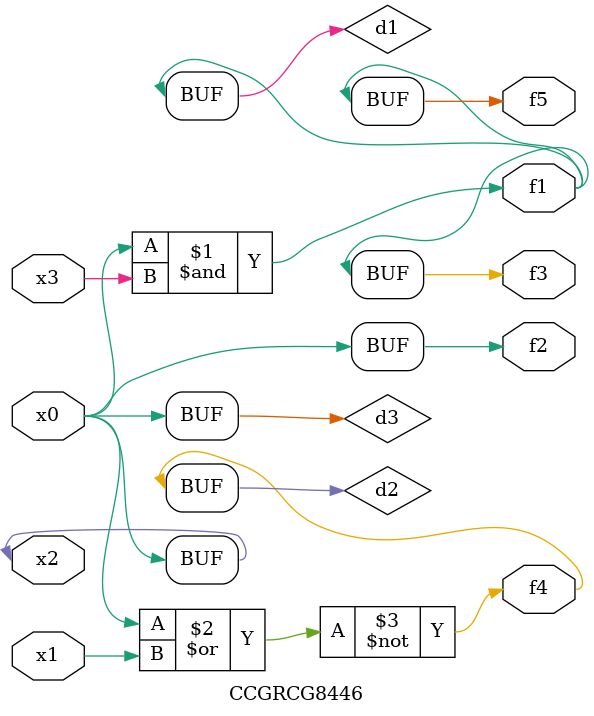
<source format=v>
module CCGRCG8446(
	input x0, x1, x2, x3,
	output f1, f2, f3, f4, f5
);

	wire d1, d2, d3;

	and (d1, x2, x3);
	nor (d2, x0, x1);
	buf (d3, x0, x2);
	assign f1 = d1;
	assign f2 = d3;
	assign f3 = d1;
	assign f4 = d2;
	assign f5 = d1;
endmodule

</source>
